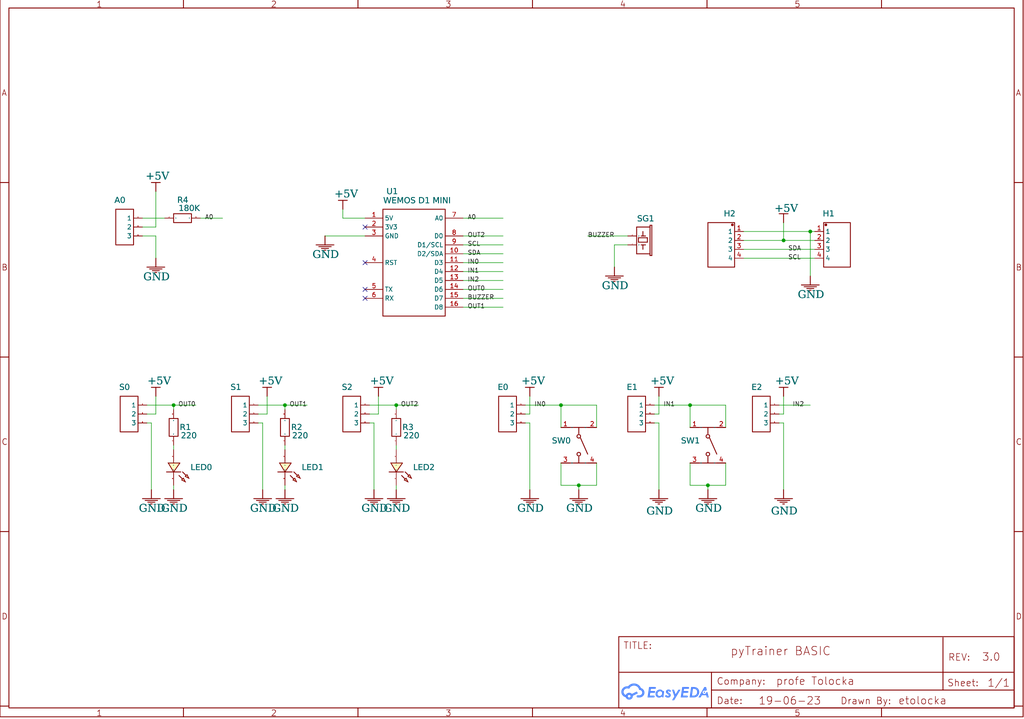
<source format=kicad_sch>
(kicad_sch (version 20250114) (generator "eeschema") (generator_version "9.0")
  (paper "User" 292.1 205.105)
  (lib_symbols
    (symbol "+5V" (power) (pin_numbers (hide yes)) (pin_names (hide yes))
      (property "Value" "+5V" (at 0 -3.81 0))
      (symbol "+5V_0_0"
        (pin power_in line (at 0 0 270) (length 0) (name "+5V") (number "1"))
      )
    )
    (symbol "BUZZER"
      (property "Reference" "SG1" (at 0.1524 7.0485 0))
      (symbol "BUZZER_0_0"
        (pin unspecified line (at -2.54 1.27 0) (length 2.54) (name "1") (number "+"))
        (pin unspecified line (at -2.54 -1.27 0) (length 2.54) (name "2") (number "-"))
      )
    )
    (symbol "GND" (power) (pin_numbers (hide yes)) (pin_names (hide yes))
      (property "Value" "GND" (at 0 -6.35 0))
      (symbol "GND_0_0"
        (pin power_in line (at 0 0 270) (length 0) (name "GND") (number "1"))
      )
    )
    (symbol "Header-Female-2.54_1x3"
      (property "Reference" "S0" (at -1.0668 8.4963 0))
      (symbol "Header-Female-2.54_1x3_0_0"
        (pin input line (at 3.81 2.54 180) (length 2.54) (name "1") (number "1"))
        (pin input line (at 3.81 0 180) (length 2.54) (name "2") (number "2"))
        (pin input line (at 3.81 -2.54 180) (length 2.54) (name "3") (number "3"))
      )
    )
    (symbol "Header-Female-2.54_1x3_1"
      (property "Reference" "S1" (at -1.0668 8.4963 0))
      (symbol "Header-Female-2.54_1x3_1_0_0"
        (pin input line (at 3.81 2.54 180) (length 2.54) (name "1") (number "1"))
        (pin input line (at 3.81 0 180) (length 2.54) (name "2") (number "2"))
        (pin input line (at 3.81 -2.54 180) (length 2.54) (name "3") (number "3"))
      )
    )
    (symbol "Header-Female-2.54_1x3_2"
      (property "Reference" "S2" (at -1.0668 8.4963 0))
      (symbol "Header-Female-2.54_1x3_2_0_0"
        (pin input line (at 3.81 2.54 180) (length 2.54) (name "1") (number "1"))
        (pin input line (at 3.81 0 180) (length 2.54) (name "2") (number "2"))
        (pin input line (at 3.81 -2.54 180) (length 2.54) (name "3") (number "3"))
      )
    )
    (symbol "Header-Female-2.54_1x3_3"
      (property "Reference" "A0" (at -1.0668 8.4963 0))
      (symbol "Header-Female-2.54_1x3_3_0_0"
        (pin input line (at 3.81 2.54 180) (length 2.54) (name "1") (number "1"))
        (pin input line (at 3.81 0 180) (length 2.54) (name "2") (number "2"))
        (pin input line (at 3.81 -2.54 180) (length 2.54) (name "3") (number "3"))
      )
    )
    (symbol "Header-Female-2.54_1x3_4"
      (property "Reference" "E0" (at -1.0668 8.4963 0))
      (symbol "Header-Female-2.54_1x3_4_0_0"
        (pin input line (at 3.81 2.54 180) (length 2.54) (name "1") (number "1"))
        (pin input line (at 3.81 0 180) (length 2.54) (name "2") (number "2"))
        (pin input line (at 3.81 -2.54 180) (length 2.54) (name "3") (number "3"))
      )
    )
    (symbol "Header-Female-2.54_1x3_5"
      (property "Reference" "E1" (at -1.0668 8.4963 0))
      (symbol "Header-Female-2.54_1x3_5_0_0"
        (pin input line (at 3.81 2.54 180) (length 2.54) (name "1") (number "1"))
        (pin input line (at 3.81 0 180) (length 2.54) (name "2") (number "2"))
        (pin input line (at 3.81 -2.54 180) (length 2.54) (name "3") (number "3"))
      )
    )
    (symbol "Header-Female-2.54_1x3_6"
      (property "Reference" "E2" (at -1.0668 8.4963 0))
      (symbol "Header-Female-2.54_1x3_6_0_0"
        (pin input line (at 3.81 2.54 180) (length 2.54) (name "1") (number "1"))
        (pin input line (at 3.81 0 180) (length 2.54) (name "2") (number "2"))
        (pin input line (at 3.81 -2.54 180) (length 2.54) (name "3") (number "3"))
      )
    )
    (symbol "Header-Male-2.54_1x4_C124378"
      (property "Reference" "H1" (at -2.7686 9.7409 0))
      (symbol "Header-Male-2.54_1x4_C124378_0_0"
        (pin unspecified line (at -5.08 3.81 0) (length 2.54) (name "1") (number "1"))
        (pin unspecified line (at -5.08 1.27 0) (length 2.54) (name "2") (number "2"))
        (pin unspecified line (at -5.08 -1.27 0) (length 2.54) (name "3") (number "3"))
        (pin unspecified line (at -5.08 -3.81 0) (length 2.54) (name "4") (number "4"))
      )
    )
    (symbol "Header-Male-2.54_1x4_C124378_1"
      (property "Reference" "H2" (at 2.7686 9.7409 0))
      (symbol "Header-Male-2.54_1x4_C124378_1_0_0"
        (pin unspecified line (at 5.08 3.81 180) (length 2.54) (name "1") (number "1"))
        (pin unspecified line (at 5.08 1.27 180) (length 2.54) (name "2") (number "2"))
        (pin unspecified line (at 5.08 -1.27 180) (length 2.54) (name "3") (number "3"))
        (pin unspecified line (at 5.08 -3.81 180) (length 2.54) (name "4") (number "4"))
      )
    )
    (symbol "LED-0603_R"
      (property "Reference" "LED1" (at 4.826 0.8763 0))
      (symbol "LED-0603_R_0_0"
        (pin unspecified line (at 0 5.08 270) (length 3.81) (name "1") (number "1"))
        (pin unspecified line (at 0 -5.08 90) (length 3.81) (name "2") (number "2"))
      )
    )
    (symbol "LED-0603_R_1"
      (property "Reference" "LED2" (at 4.826 0.8763 0))
      (symbol "LED-0603_R_1_0_0"
        (pin unspecified line (at 0 5.08 270) (length 3.81) (name "1") (number "1"))
        (pin unspecified line (at 0 -5.08 90) (length 3.81) (name "2") (number "2"))
      )
    )
    (symbol "LED-0603_R_2"
      (property "Reference" "LED0" (at 4.826 0.8763 0))
      (symbol "LED-0603_R_2_0_0"
        (pin unspecified line (at 0 5.08 270) (length 3.81) (name "1") (number "1"))
        (pin unspecified line (at 0 -5.08 90) (length 3.81) (name "2") (number "2"))
      )
    )
    (symbol "R_0603_EU"
      (property "Reference" "R1" (at 1.778 0.8763 0))
      (property "Value" "220" (at 1.778 -1.4351 0))
      (symbol "R_0603_EU_0_0"
        (pin unspecified line (at 0 5.08 270) (length 2.54) (name "2") (number "2"))
        (pin unspecified line (at 0 -5.08 90) (length 2.54) (name "1") (number "1"))
      )
    )
    (symbol "R_0603_EU_1"
      (property "Reference" "R2" (at 1.778 0.8763 0))
      (property "Value" "220" (at 1.778 -1.4351 0))
      (symbol "R_0603_EU_1_0_0"
        (pin unspecified line (at 0 5.08 270) (length 2.54) (name "2") (number "2"))
        (pin unspecified line (at 0 -5.08 90) (length 2.54) (name "1") (number "1"))
      )
    )
    (symbol "R_0603_EU_2"
      (property "Reference" "R3" (at 1.778 0.8763 0))
      (property "Value" "220" (at 1.778 -1.4351 0))
      (symbol "R_0603_EU_2_0_0"
        (pin unspecified line (at 0 5.08 270) (length 2.54) (name "2") (number "2"))
        (pin unspecified line (at 0 -5.08 90) (length 2.54) (name "1") (number "1"))
      )
    )
    (symbol "R_0603_EU_3"
      (property "Reference" "R4" (at -1.4986 6.0071 0))
      (property "Value" "180K" (at -1.4986 3.7211 0))
      (symbol "R_0603_EU_3_0_0"
        (pin unspecified line (at -5.08 0 0) (length 2.54) (name "1") (number "1"))
        (pin unspecified line (at 5.08 0 180) (length 2.54) (name "2") (number "2"))
      )
    )
    (symbol "Switch-6x6x7.3-square-head"
      (property "Reference" "SW0" (at -7.6454 2.1209 0))
      (symbol "Switch-6x6x7.3-square-head_0_0"
        (pin unspecified line (at -5.08 5.08 0) (length 2.54) (name "1") (number "1"))
        (pin unspecified line (at -5.08 -5.08 0) (length 2.54) (name "3") (number "3"))
        (pin unspecified line (at 5.08 5.08 180) (length 2.54) (name "2") (number "2"))
        (pin unspecified line (at 5.08 -5.08 180) (length 2.54) (name "4") (number "4"))
      )
    )
    (symbol "Switch-6x6x7.3-square-head_1"
      (property "Reference" "SW1" (at -7.6454 2.1209 0))
      (symbol "Switch-6x6x7.3-square-head_1_0_0"
        (pin unspecified line (at -5.08 5.08 0) (length 2.54) (name "1") (number "1"))
        (pin unspecified line (at -5.08 -5.08 0) (length 2.54) (name "3") (number "3"))
        (pin unspecified line (at 5.08 5.08 180) (length 2.54) (name "2") (number "2"))
        (pin unspecified line (at 5.08 -5.08 180) (length 2.54) (name "4") (number "4"))
      )
    )
    (symbol "Unknown_0_-806"
      (symbol "Unknown_0_-806_0_0"
        (text "A" (at 0.381 -25.7429 0) (effects (font (size 1.6891 1.6891)) (justify left top)))
        (text "B" (at 0.381 -75.5269 0) (effects (font (size 1.6891 1.6891)) (justify left top)))
        (text "C" (at 0.381 -125.3109 0) (effects (font (size 1.6891 1.6891)) (justify left top)))
        (text "D" (at 0.381 -175.0949 0) (effects (font (size 1.6891 1.6891)) (justify left top)))
        (text "1" (at 27.432 -0.4699 0) (effects (font (size 1.6891 1.6891)) (justify left top)))
        (text "1" (at 27.432 -202.6539 0) (effects (font (size 1.6891 1.6891)) (justify left top)))
        (text "2" (at 77.216 -0.4699 0) (effects (font (size 1.6891 1.6891)) (justify left top)))
        (text "2" (at 77.216 -202.6539 0) (effects (font (size 1.6891 1.6891)) (justify left top)))
        (text "3" (at 127 -0.4699 0) (effects (font (size 1.6891 1.6891)) (justify left top)))
        (text "3" (at 127 -202.6539 0) (effects (font (size 1.6891 1.6891)) (justify left top)))
        (text "4" (at 176.784 -0.4699 0) (effects (font (size 1.6891 1.6891)) (justify left top)))
        (text "4" (at 176.784 -202.6539 0) (effects (font (size 1.6891 1.6891)) (justify left top)))
        (text "TITLE:" (at 177.7746 -183.2356 0) (effects (font (size 1.9304 1.9304)) (justify left top)))
        (text "Company:" (at 204.3684 -193.4464 0) (effects (font (size 1.9304 1.9304)) (justify left top)))
        (text "Date:" (at 204.3684 -198.9836 0) (effects (font (size 1.9304 1.9304)) (justify left top)))
        (text "pyTrainer BASIC" (at 208.28 -184.531 0) (effects (font (size 2.413 2.413)) (justify left top)))
        (text "19-06-23" (at 216.3064 -198.8439 0) (effects (font (size 2.1717 2.1717)) (justify left top)))
        (text "profe Tolocka" (at 221.2848 -193.2305 0) (effects (font (size 2.1717 2.1717)) (justify left top)))
        (text "5" (at 226.568 -0.4699 0) (effects (font (size 1.6891 1.6891)) (justify left top)))
        (text "5" (at 226.568 -202.6539 0) (effects (font (size 1.6891 1.6891)) (justify left top)))
        (text "Drawn By:" (at 239.6744 -199.0344 0) (effects (font (size 1.9304 1.9304)) (justify left top)))
        (text "etolocka" (at 256.1844 -198.7931 0) (effects (font (size 2.1717 2.1717)) (justify left top)))
        (text "Sheet:" (at 270.1544 -193.9036 0) (effects (font (size 1.9304 1.9304)) (justify left top)))
        (text "REV:" (at 270.4084 -186.5884 0) (effects (font (size 1.9304 1.9304)) (justify left top)))
        (text "3.0" (at 280.0604 -186.3471 0) (effects (font (size 2.1717 2.1717)) (justify left top)))
        (text "1/1" (at 281.5844 -193.7639 0) (effects (font (size 2.1717 2.1717)) (justify left top)))
        (text "A" (at 289.687 -25.7429 0) (effects (font (size 1.6891 1.6891)) (justify left top)))
        (text "B" (at 289.687 -75.5269 0) (effects (font (size 1.6891 1.6891)) (justify left top)))
        (text "C" (at 289.687 -125.3109 0) (effects (font (size 1.6891 1.6891)) (justify left top)))
        (text "D" (at 289.687 -175.0949 0) (effects (font (size 1.6891 1.6891)) (justify left top)))
      )
    )
    (symbol "WEMOS D1 MINI"
      (property "Reference" "U1" (at -9.1186 21.1709 0))
      (property "Value" "WEMOS D1 MINI" (at -10.541 18.6309 0))
      (symbol "WEMOS D1 MINI_0_0"
        (pin unspecified line (at -15.24 12.7 0) (length 5.08) (name "5V") (number "1"))
        (pin unspecified line (at -15.24 10.16 0) (length 5.08) (name "3V3") (number "2"))
        (pin unspecified line (at -15.24 7.62 0) (length 5.08) (name "GND") (number "3"))
        (pin unspecified line (at -15.24 0 0) (length 5.08) (name "RST") (number "4"))
        (pin unspecified line (at -15.24 -7.62 0) (length 5.08) (name "TX") (number "5"))
        (pin unspecified line (at -15.24 -10.16 0) (length 5.08) (name "RX") (number "6"))
        (pin unspecified line (at 12.7 12.7 180) (length 5.08) (name "A0") (number "7"))
        (pin unspecified line (at 12.7 7.62 180) (length 5.08) (name "D0") (number "8"))
        (pin unspecified line (at 12.7 5.08 180) (length 5.08) (name "D1/SCL") (number "9"))
        (pin unspecified line (at 12.7 2.54 180) (length 5.08) (name "D2/SDA") (number "10"))
        (pin unspecified line (at 12.7 0 180) (length 5.08) (name "D3") (number "11"))
        (pin unspecified line (at 12.7 -2.54 180) (length 5.08) (name "D4") (number "12"))
        (pin unspecified line (at 12.7 -5.08 180) (length 5.08) (name "D5") (number "13"))
        (pin unspecified line (at 12.7 -7.62 180) (length 5.08) (name "D6") (number "14"))
        (pin unspecified line (at 12.7 -10.16 180) (length 5.08) (name "D7") (number "15"))
        (pin unspecified line (at 12.7 -12.7 180) (length 5.08) (name "D8") (number "16"))
      )
    )
  )
  (junction (at 223.52 68.58))
  (junction (at 160.02 115.57))
  (junction (at 49.53 115.57))
  (junction (at 81.28 115.57))
  (junction (at 113.03 115.57))
  (junction (at 201.93 138.43))
  (junction (at 165.1 138.43))
  (junction (at 196.85 115.57))
  (junction (at 231.14 66.04))
  (no_connect (at 104.14 64.77))
  (no_connect (at 104.14 82.55))
  (no_connect (at 104.14 74.93))
  (no_connect (at 104.14 85.09))
  (wire (pts (xy 106.68 120.65) (xy 105.41 120.65)))
  (wire (pts (xy 165.1 138.43) (xy 170.18 138.43)))
  (wire (pts (xy 196.85 138.43) (xy 201.93 138.43)))
  (wire (pts (xy 222.25 118.11) (xy 223.52 118.11)))
  (wire (pts (xy 63.5 62.23) (xy 57.15 62.23)))
  (wire (pts (xy 212.09 71.12) (xy 232.41 71.12)))
  (wire (pts (xy 143.51 77.47) (xy 132.08 77.47)))
  (wire (pts (xy 160.02 115.57) (xy 170.18 115.57)))
  (wire (pts (xy 149.86 118.11) (xy 151.13 118.11)))
  (wire (pts (xy 143.51 67.31) (xy 132.08 67.31)))
  (wire (pts (xy 49.53 116.84) (xy 49.53 115.57)))
  (wire (pts (xy 222.25 120.65) (xy 223.52 120.65)))
  (wire (pts (xy 186.69 118.11) (xy 187.96 118.11)))
  (wire (pts (xy 160.02 132.08) (xy 160.02 138.43)))
  (wire (pts (xy 74.93 120.65) (xy 73.66 120.65)))
  (wire (pts (xy 175.26 69.85) (xy 179.07 69.85)))
  (wire (pts (xy 187.96 120.65) (xy 187.96 139.7)))
  (wire (pts (xy 43.18 139.7) (xy 43.18 120.65)))
  (wire (pts (xy 113.03 139.7) (xy 113.03 138.43)))
  (wire (pts (xy 167.64 67.31) (xy 179.07 67.31)))
  (wire (pts (xy 119.38 115.57) (xy 113.03 115.57)))
  (wire (pts (xy 44.45 118.11) (xy 44.45 113.03)))
  (wire (pts (xy 149.86 115.57) (xy 160.02 115.57)))
  (wire (pts (xy 212.09 66.04) (xy 231.14 66.04)))
  (wire (pts (xy 160.02 138.43) (xy 165.1 138.43)))
  (wire (pts (xy 231.14 78.74) (xy 231.14 66.04)))
  (wire (pts (xy 151.13 120.65) (xy 151.13 139.7)))
  (wire (pts (xy 87.63 115.57) (xy 81.28 115.57)))
  (wire (pts (xy 44.45 67.31) (xy 44.45 73.66)))
  (wire (pts (xy 207.01 115.57) (xy 207.01 121.92)))
  (wire (pts (xy 81.28 115.57) (xy 73.66 115.57)))
  (wire (pts (xy 40.64 62.23) (xy 46.99 62.23)))
  (wire (pts (xy 160.02 121.92) (xy 160.02 115.57)))
  (wire (pts (xy 223.52 120.65) (xy 223.52 139.7)))
  (wire (pts (xy 149.86 120.65) (xy 151.13 120.65)))
  (wire (pts (xy 43.18 120.65) (xy 41.91 120.65)))
  (wire (pts (xy 186.69 120.65) (xy 187.96 120.65)))
  (wire (pts (xy 81.28 116.84) (xy 81.28 115.57)))
  (wire (pts (xy 201.93 138.43) (xy 207.01 138.43)))
  (wire (pts (xy 76.2 118.11) (xy 76.2 113.03)))
  (wire (pts (xy 151.13 118.11) (xy 151.13 113.03)))
  (wire (pts (xy 49.53 128.27) (xy 49.53 127)))
  (wire (pts (xy 165.1 139.7) (xy 165.1 138.43)))
  (wire (pts (xy 170.18 115.57) (xy 170.18 121.92)))
  (wire (pts (xy 223.52 68.58) (xy 223.52 63.5)))
  (wire (pts (xy 143.51 80.01) (xy 132.08 80.01)))
  (wire (pts (xy 223.52 118.11) (xy 223.52 113.03)))
  (wire (pts (xy 212.09 68.58) (xy 223.52 68.58)))
  (wire (pts (xy 196.85 132.08) (xy 196.85 138.43)))
  (wire (pts (xy 143.51 74.93) (xy 132.08 74.93)))
  (wire (pts (xy 92.71 67.31) (xy 104.14 67.31)))
  (wire (pts (xy 175.26 76.2) (xy 175.26 69.85)))
  (wire (pts (xy 143.51 82.55) (xy 132.08 82.55)))
  (wire (pts (xy 74.93 139.7) (xy 74.93 120.65)))
  (wire (pts (xy 143.51 85.09) (xy 132.08 85.09)))
  (wire (pts (xy 196.85 115.57) (xy 207.01 115.57)))
  (wire (pts (xy 170.18 138.43) (xy 170.18 132.08)))
  (wire (pts (xy 44.45 64.77) (xy 44.45 54.61)))
  (wire (pts (xy 105.41 118.11) (xy 107.95 118.11)))
  (wire (pts (xy 73.66 118.11) (xy 76.2 118.11)))
  (wire (pts (xy 107.95 118.11) (xy 107.95 113.03)))
  (wire (pts (xy 143.51 87.63) (xy 132.08 87.63)))
  (wire (pts (xy 97.79 62.23) (xy 97.79 59.69)))
  (wire (pts (xy 232.41 68.58) (xy 223.52 68.58)))
  (wire (pts (xy 231.14 66.04) (xy 232.41 66.04)))
  (wire (pts (xy 113.03 116.84) (xy 113.03 115.57)))
  (wire (pts (xy 187.96 118.11) (xy 187.96 113.03)))
  (wire (pts (xy 41.91 118.11) (xy 44.45 118.11)))
  (wire (pts (xy 196.85 121.92) (xy 196.85 115.57)))
  (wire (pts (xy 143.51 69.85) (xy 132.08 69.85)))
  (wire (pts (xy 212.09 73.66) (xy 232.41 73.66)))
  (wire (pts (xy 104.14 62.23) (xy 97.79 62.23)))
  (wire (pts (xy 81.28 128.27) (xy 81.28 127)))
  (wire (pts (xy 143.51 62.23) (xy 132.08 62.23)))
  (wire (pts (xy 231.14 115.57) (xy 222.25 115.57)))
  (wire (pts (xy 113.03 115.57) (xy 105.41 115.57)))
  (wire (pts (xy 201.93 139.7) (xy 201.93 138.43)))
  (wire (pts (xy 40.64 67.31) (xy 44.45 67.31)))
  (wire (pts (xy 207.01 138.43) (xy 207.01 132.08)))
  (wire (pts (xy 49.53 115.57) (xy 41.91 115.57)))
  (wire (pts (xy 143.51 72.39) (xy 132.08 72.39)))
  (wire (pts (xy 113.03 128.27) (xy 113.03 127)))
  (wire (pts (xy 40.64 64.77) (xy 44.45 64.77)))
  (wire (pts (xy 49.53 139.7) (xy 49.53 138.43)))
  (wire (pts (xy 106.68 139.7) (xy 106.68 120.65)))
  (wire (pts (xy 81.28 139.7) (xy 81.28 138.43)))
  (wire (pts (xy 55.88 115.57) (xy 49.53 115.57)))
  (wire (pts (xy 186.69 115.57) (xy 196.85 115.57)))
  (label "IN2" (at 133.35 80.01 0))
  (label "SCL" (at 224.79 73.66 0))
  (label "OUT0" (at 133.35 82.55 0))
  (label "OUT1" (at 82.55 115.57 0))
  (label "A0" (at 133.35 62.23 0))
  (label "IN2" (at 226.06 115.57 0))
  (label "A0" (at 58.42 62.23 0))
  (label "IN0" (at 152.4 115.57 0))
  (label "SDA" (at 224.79 71.12 0))
  (label "OUT0" (at 50.8 115.57 0))
  (label "OUT1" (at 133.35 87.63 0))
  (label "IN1" (at 133.35 77.47 0))
  (label "OUT2" (at 114.3 115.57 0))
  (label "OUT2" (at 133.35 67.31 0))
  (label "SDA" (at 133.35 72.39 0))
  (label "IN0" (at 133.35 74.93 0))
  (label "BUZZER" (at 133.35 85.09 0))
  (label "BUZZER" (at 167.64 67.31 0))
  (label "SCL" (at 133.35 69.85 0))
  (label "IN1" (at 189.23 115.57 0))
  (symbol (lib_id "Header-Female-2.54_1x3") (at 38.1 118.11 0) (unit 0)
    (property "Reference" "S0" (at 37.0332 109.6137 0) (effects (font (size 1.6891 1.6891)) (justify right top)))
    (property "Value" "Header-Female-2.54_1x3" (effects (hide yes)))
    (property "Datasheet" "https://datasheet.lcsc.com/szlcsc/Boom-Precision-Elec-2-54mm-1-8P-Straight-Female-header_C27438.pdf" (effects (hide yes)))
    (property "Manufacturer Part" "Header-Female-2.54_1x3" (effects (hide yes)))
    (property "Manufacturer" "Boom Precision Elec" (effects (hide yes)))
    (property "Supplier Part" "C146243" (effects (hide yes)))
    (property "Supplier" "LCSC" (effects (hide yes)))
  )
  (symbol (lib_id "GND") (at 187.96 139.7 0) (unit 0)
    (property "Reference" "#PWR?" (effects (hide yes)))
    (property "Value" "GND" (at 184.658 147.0914 0) (effects (font (size 2.1717 2.1717)) (justify left bottom)))
    (property "Description" "El símbolo de potencia crea una etiqueta global con el nombre 'GND'" (effects (hide yes)))
  )
  (symbol (lib_id "Switch-6x6x7.3-square-head") (at 165.1 127 0) (unit 0)
    (property "Reference" "SW0" (at 157.4546 124.8791 0) (effects (font (size 1.6891 1.6891)) (justify left top)))
    (property "Value" "Switch-6x6x7.3-square-head" (effects (hide yes)))
    (property "Manufacturer Part" "Switch,6*6*7.3Plastic square head,260G, 0.25mm,Straight line" (effects (hide yes)))
    (property "Manufacturer" "BBJ" (effects (hide yes)))
    (property "Supplier Part" "C71843" (effects (hide yes)))
    (property "Supplier" "LCSC" (effects (hide yes)))
  )
  (symbol (lib_id "GND") (at 49.53 139.7 0) (unit 0)
    (property "Reference" "#PWR?" (effects (hide yes)))
    (property "Value" "GND" (at 46.228 146.304 0) (effects (font (size 2.1717 2.1717)) (justify left bottom)))
    (property "Description" "El símbolo de potencia crea una etiqueta global con el nombre 'GND'" (effects (hide yes)))
  )
  (symbol (lib_id "Header-Female-2.54_1x3_1") (at 69.85 118.11 0) (unit 0)
    (property "Reference" "S1" (at 68.7832 109.6137 0) (effects (font (size 1.6891 1.6891)) (justify right top)))
    (property "Value" "Header-Female-2.54_1x3" (effects (hide yes)))
    (property "Datasheet" "https://datasheet.lcsc.com/szlcsc/Boom-Precision-Elec-2-54mm-1-8P-Straight-Female-header_C27438.pdf" (effects (hide yes)))
    (property "Manufacturer Part" "Header-Female-2.54_1x3" (effects (hide yes)))
    (property "Manufacturer" "Boom Precision Elec" (effects (hide yes)))
    (property "Supplier Part" "C146243" (effects (hide yes)))
    (property "Supplier" "LCSC" (effects (hide yes)))
  )
  (symbol (lib_id "+5V") (at 76.2 113.03 0) (mirror x) (unit 0)
    (property "Reference" "#PWR?" (effects (hide yes)))
    (property "Value" "+5V" (at 73.66 109.982 0) (effects (font (size 2.1717 2.1717)) (justify left top)))
    (property "Description" "El símbolo de potencia crea una etiqueta global con el nombre '+5V'" (effects (hide yes)))
  )
  (symbol (lib_id "Header-Female-2.54_1x3_2") (at 101.6 118.11 0) (unit 0)
    (property "Reference" "S2" (at 100.5332 109.6137 0) (effects (font (size 1.6891 1.6891)) (justify right top)))
    (property "Value" "Header-Female-2.54_1x3" (effects (hide yes)))
    (property "Datasheet" "https://datasheet.lcsc.com/szlcsc/Boom-Precision-Elec-2-54mm-1-8P-Straight-Female-header_C27438.pdf" (effects (hide yes)))
    (property "Manufacturer Part" "Header-Female-2.54_1x3" (effects (hide yes)))
    (property "Manufacturer" "Boom Precision Elec" (effects (hide yes)))
    (property "Supplier Part" "C146243" (effects (hide yes)))
    (property "Supplier" "LCSC" (effects (hide yes)))
  )
  (symbol (lib_id "R_0603_EU_2") (at 113.03 121.92 0) (unit 0)
    (property "Reference" "R3" (at 114.808 121.0437 0) (effects (font (size 1.6891 1.6891)) (justify left top)))
    (property "Value" "220" (at 114.808 123.3551 0) (effects (font (size 1.6891 1.6891)) (justify left top)))
  )
  (symbol (lib_id "+5V") (at 223.52 113.03 0) (mirror x) (unit 0)
    (property "Reference" "#PWR?" (effects (hide yes)))
    (property "Value" "+5V" (at 220.98 109.982 0) (effects (font (size 2.1717 2.1717)) (justify left top)))
    (property "Description" "El símbolo de potencia crea una etiqueta global con el nombre '+5V'" (effects (hide yes)))
  )
  (symbol (lib_id "+5V") (at 44.45 113.03 0) (mirror x) (unit 0)
    (property "Reference" "#PWR?" (effects (hide yes)))
    (property "Value" "+5V" (at 41.91 109.982 0) (effects (font (size 2.1717 2.1717)) (justify left top)))
    (property "Description" "El símbolo de potencia crea una etiqueta global con el nombre '+5V'" (effects (hide yes)))
  )
  (symbol (lib_id "GND") (at 74.93 139.7 0) (unit 0)
    (property "Reference" "#PWR?" (effects (hide yes)))
    (property "Value" "GND" (at 71.628 146.304 0) (effects (font (size 2.1717 2.1717)) (justify left bottom)))
    (property "Description" "El símbolo de potencia crea una etiqueta global con el nombre 'GND'" (effects (hide yes)))
  )
  (symbol (lib_id "GND") (at 81.28 139.7 0) (unit 0)
    (property "Reference" "#PWR?" (effects (hide yes)))
    (property "Value" "GND" (at 77.978 146.304 0) (effects (font (size 2.1717 2.1717)) (justify left bottom)))
    (property "Description" "El símbolo de potencia crea una etiqueta global con el nombre 'GND'" (effects (hide yes)))
  )
  (symbol (lib_id "R_0603_EU") (at 49.53 121.92 0) (unit 0)
    (property "Reference" "R1" (at 51.308 121.0437 0) (effects (font (size 1.6891 1.6891)) (justify left top)))
    (property "Value" "220" (at 51.308 123.3551 0) (effects (font (size 1.6891 1.6891)) (justify left top)))
  )
  (symbol (lib_id "Header-Female-2.54_1x3_4") (at 146.05 118.11 0) (unit 0)
    (property "Reference" "E0" (at 144.9832 109.6137 0) (effects (font (size 1.6891 1.6891)) (justify right top)))
    (property "Value" "Header-Female-2.54_1x3" (effects (hide yes)))
    (property "Datasheet" "https://datasheet.lcsc.com/szlcsc/Boom-Precision-Elec-2-54mm-1-8P-Straight-Female-header_C27438.pdf" (effects (hide yes)))
    (property "Manufacturer Part" "Header-Female-2.54_1x3" (effects (hide yes)))
    (property "Manufacturer" "Boom Precision Elec" (effects (hide yes)))
    (property "Supplier Part" "C146243" (effects (hide yes)))
    (property "Supplier" "LCSC" (effects (hide yes)))
  )
  (symbol (lib_id "LED-0603_R_2") (at 49.53 133.35 0) (unit 0)
    (property "Reference" "LED0" (at 54.356 132.4737 0) (effects (font (size 1.6891 1.6891)) (justify left top)))
    (property "Value" "LED-0603_R" (effects (hide yes)))
    (property "Manufacturer Part" "19-217/R6C-AL1M2VY/3T" (effects (hide yes)))
    (property "Manufacturer" "EVERLIGHT(台湾亿光)" (effects (hide yes)))
    (property "Supplier Part" "C72044" (effects (hide yes)))
    (property "Supplier" "LCSC" (effects (hide yes)))
  )
  (symbol (lib_id "LED-0603_R_1") (at 113.03 133.35 0) (unit 0)
    (property "Reference" "LED2" (at 117.856 132.4737 0) (effects (font (size 1.6891 1.6891)) (justify left top)))
    (property "Value" "LED-0603_R" (effects (hide yes)))
    (property "Manufacturer Part" "19-217/R6C-AL1M2VY/3T" (effects (hide yes)))
    (property "Manufacturer" "EVERLIGHT(台湾亿光)" (effects (hide yes)))
    (property "Supplier Part" "C72044" (effects (hide yes)))
    (property "Supplier" "LCSC" (effects (hide yes)))
  )
  (symbol (lib_id "+5V") (at 97.79 59.69 0) (mirror x) (unit 0)
    (property "Reference" "#PWR?" (effects (hide yes)))
    (property "Value" "+5V" (at 95.25 56.642 0) (effects (font (size 2.1717 2.1717)) (justify left top)))
    (property "Description" "El símbolo de potencia crea una etiqueta global con el nombre '+5V'" (effects (hide yes)))
  )
  (symbol (lib_id "LED-0603_R") (at 81.28 133.35 0) (unit 0)
    (property "Reference" "LED1" (at 86.106 132.4737 0) (effects (font (size 1.6891 1.6891)) (justify left top)))
    (property "Value" "LED-0603_R" (effects (hide yes)))
    (property "Manufacturer Part" "19-217/R6C-AL1M2VY/3T" (effects (hide yes)))
    (property "Manufacturer" "EVERLIGHT(台湾亿光)" (effects (hide yes)))
    (property "Supplier Part" "C72044" (effects (hide yes)))
    (property "Supplier" "LCSC" (effects (hide yes)))
  )
  (symbol (lib_id "GND") (at 44.45 73.66 0) (unit 0)
    (property "Reference" "#PWR?" (effects (hide yes)))
    (property "Value" "GND" (at 41.148 80.264 0) (effects (font (size 2.1717 2.1717)) (justify left bottom)))
    (property "Description" "El símbolo de potencia crea una etiqueta global con el nombre 'GND'" (effects (hide yes)))
  )
  (symbol (lib_id "Header-Male-2.54_1x4_C124378_1") (at 207.01 69.85 0) (unit 0)
    (property "Reference" "H2" (at 209.7786 60.1091 0) (effects (font (size 1.6891 1.6891)) (justify right top)))
    (property "Value" "Header-Male-2.54_1x4_C124378" (effects (hide yes)))
    (property "Manufacturer Part" "210S-1*4P L=11.6MMGold-plated black" (effects (hide yes)))
    (property "Manufacturer" "Ckmtw" (effects (hide yes)))
    (property "Supplier Part" "C124378" (effects (hide yes)))
    (property "Supplier" "LCSC" (effects (hide yes)))
  )
  (symbol (lib_id "Switch-6x6x7.3-square-head_1") (at 201.93 127 0) (unit 0)
    (property "Reference" "SW1" (at 194.2846 124.8791 0) (effects (font (size 1.6891 1.6891)) (justify left top)))
    (property "Value" "Switch-6x6x7.3-square-head" (effects (hide yes)))
    (property "Manufacturer Part" "Switch,6*6*7.3Plastic square head,260G, 0.25mm,Straight line" (effects (hide yes)))
    (property "Manufacturer" "BBJ" (effects (hide yes)))
    (property "Supplier Part" "C71843" (effects (hide yes)))
    (property "Supplier" "LCSC" (effects (hide yes)))
  )
  (symbol (lib_id "+5V") (at 44.45 54.61 0) (mirror x) (unit 0)
    (property "Reference" "#PWR?" (effects (hide yes)))
    (property "Value" "+5V" (at 41.402 51.562 0) (effects (font (size 2.1717 2.1717)) (justify left top)))
    (property "Description" "El símbolo de potencia crea una etiqueta global con el nombre '+5V'" (effects (hide yes)))
  )
  (symbol (lib_id "GND") (at 175.26 76.2 0) (unit 0)
    (property "Reference" "#PWR?" (effects (hide yes)))
    (property "Value" "GND" (at 171.958 82.804 0) (effects (font (size 2.1717 2.1717)) (justify left bottom)))
    (property "Description" "El símbolo de potencia crea una etiqueta global con el nombre 'GND'" (effects (hide yes)))
  )
  (symbol (lib_id "WEMOS D1 MINI") (at 119.38 74.93 0) (unit 0)
    (property "Reference" "U1" (at 110.2614 53.7591 0) (effects (font (size 1.6891 1.6891)) (justify left top)))
    (property "Value" "WEMOS D1 MINI" (at 108.839 56.2991 0) (effects (font (size 1.6891 1.6891)) (justify left top)))
    (property "Manufacturer Part" "Wemos D1 mini" (effects (hide yes)))
  )
  (symbol (lib_id "+5V") (at 107.95 113.03 0) (mirror x) (unit 0)
    (property "Reference" "#PWR?" (effects (hide yes)))
    (property "Value" "+5V" (at 105.41 109.982 0) (effects (font (size 2.1717 2.1717)) (justify left top)))
    (property "Description" "El símbolo de potencia crea una etiqueta global con el nombre '+5V'" (effects (hide yes)))
  )
  (symbol (lib_id "Header-Female-2.54_1x3_6") (at 218.44 118.11 0) (unit 0)
    (property "Reference" "E2" (at 217.3732 109.6137 0) (effects (font (size 1.6891 1.6891)) (justify right top)))
    (property "Value" "Header-Female-2.54_1x3" (effects (hide yes)))
    (property "Datasheet" "https://datasheet.lcsc.com/szlcsc/Boom-Precision-Elec-2-54mm-1-8P-Straight-Female-header_C27438.pdf" (effects (hide yes)))
    (property "Manufacturer Part" "Header-Female-2.54_1x3" (effects (hide yes)))
    (property "Manufacturer" "Boom Precision Elec" (effects (hide yes)))
    (property "Supplier Part" "C146243" (effects (hide yes)))
    (property "Supplier" "LCSC" (effects (hide yes)))
  )
  (symbol (lib_id "GND") (at 113.03 139.7 0) (unit 0)
    (property "Reference" "#PWR?" (effects (hide yes)))
    (property "Value" "GND" (at 109.728 146.304 0) (effects (font (size 2.1717 2.1717)) (justify left bottom)))
    (property "Description" "El símbolo de potencia crea una etiqueta global con el nombre 'GND'" (effects (hide yes)))
  )
  (symbol (lib_id "GND") (at 43.18 139.7 0) (unit 0)
    (property "Reference" "#PWR?" (effects (hide yes)))
    (property "Value" "GND" (at 39.878 146.304 0) (effects (font (size 2.1717 2.1717)) (justify left bottom)))
    (property "Description" "El símbolo de potencia crea una etiqueta global con el nombre 'GND'" (effects (hide yes)))
  )
  (symbol (lib_id "Unknown_0_-806") (at 0 -0.254 0) (unit 0)
    (property "Reference" "A" (effects (hide yes)))
    (property "Value" "A" (effects (hide yes)))
    (property "Manufacturer Part" "?" (effects (hide yes)))
  )
  (symbol (lib_id "GND") (at 231.14 78.74 0) (unit 0)
    (property "Reference" "#PWR?" (effects (hide yes)))
    (property "Value" "GND" (at 227.838 85.344 0) (effects (font (size 2.1717 2.1717)) (justify left bottom)))
    (property "Description" "El símbolo de potencia crea una etiqueta global con el nombre 'GND'" (effects (hide yes)))
  )
  (symbol (lib_id "R_0603_EU_1") (at 81.28 121.92 0) (unit 0)
    (property "Reference" "R2" (at 83.058 121.0437 0) (effects (font (size 1.6891 1.6891)) (justify left top)))
    (property "Value" "220" (at 83.058 123.3551 0) (effects (font (size 1.6891 1.6891)) (justify left top)))
  )
  (symbol (lib_id "Header-Female-2.54_1x3_3") (at 36.83 64.77 0) (unit 0)
    (property "Reference" "A0" (at 35.7632 56.2737 0) (effects (font (size 1.6891 1.6891)) (justify right top)))
    (property "Value" "Header-Female-2.54_1x3" (effects (hide yes)))
    (property "Datasheet" "https://datasheet.lcsc.com/szlcsc/Boom-Precision-Elec-2-54mm-1-8P-Straight-Female-header_C27438.pdf" (effects (hide yes)))
    (property "Manufacturer Part" "Header-Female-2.54_1x3" (effects (hide yes)))
    (property "Manufacturer" "Boom Precision Elec" (effects (hide yes)))
    (property "Supplier Part" "C146243" (effects (hide yes)))
    (property "Supplier" "LCSC" (effects (hide yes)))
  )
  (symbol (lib_id "GND") (at 165.1 139.7 0) (unit 0)
    (property "Reference" "#PWR?" (effects (hide yes)))
    (property "Value" "GND" (at 161.798 146.304 0) (effects (font (size 2.1717 2.1717)) (justify left bottom)))
    (property "Description" "El símbolo de potencia crea una etiqueta global con el nombre 'GND'" (effects (hide yes)))
  )
  (symbol (lib_id "R_0603_EU_3") (at 52.07 62.23 0) (unit 0)
    (property "Reference" "R4" (at 50.5714 56.2229 0) (effects (font (size 1.6891 1.6891)) (justify left top)))
    (property "Value" "180K" (at 50.5714 58.5089 0) (effects (font (size 1.6891 1.6891)) (justify left top)))
  )
  (symbol (lib_id "GND") (at 92.71 67.31 0) (unit 0)
    (property "Reference" "#PWR?" (effects (hide yes)))
    (property "Value" "GND" (at 89.408 73.914 0) (effects (font (size 2.1717 2.1717)) (justify left bottom)))
    (property "Description" "El símbolo de potencia crea una etiqueta global con el nombre 'GND'" (effects (hide yes)))
  )
  (symbol (lib_id "GND") (at 151.13 139.7 0) (unit 0)
    (property "Reference" "#PWR?" (effects (hide yes)))
    (property "Value" "GND" (at 147.828 146.304 0) (effects (font (size 2.1717 2.1717)) (justify left bottom)))
    (property "Description" "El símbolo de potencia crea una etiqueta global con el nombre 'GND'" (effects (hide yes)))
  )
  (symbol (lib_id "GND") (at 201.93 139.7 0) (unit 0)
    (property "Reference" "#PWR?" (effects (hide yes)))
    (property "Value" "GND" (at 198.628 146.304 0) (effects (font (size 2.1717 2.1717)) (justify left bottom)))
    (property "Description" "El símbolo de potencia crea una etiqueta global con el nombre 'GND'" (effects (hide yes)))
  )
  (symbol (lib_id "+5V") (at 223.52 63.5 0) (mirror x) (unit 0)
    (property "Reference" "#PWR?" (effects (hide yes)))
    (property "Value" "+5V" (at 220.7768 60.7568 0) (effects (font (size 2.1717 2.1717)) (justify left top)))
    (property "Description" "El símbolo de potencia crea una etiqueta global con el nombre '+5V'" (effects (hide yes)))
  )
  (symbol (lib_id "GND") (at 223.52 139.7 0) (unit 0)
    (property "Reference" "#PWR?" (effects (hide yes)))
    (property "Value" "GND" (at 220.218 147.0914 0) (effects (font (size 2.1717 2.1717)) (justify left bottom)))
    (property "Description" "El símbolo de potencia crea una etiqueta global con el nombre 'GND'" (effects (hide yes)))
  )
  (symbol (lib_id "+5V") (at 187.96 113.03 0) (mirror x) (unit 0)
    (property "Reference" "#PWR?" (effects (hide yes)))
    (property "Value" "+5V" (at 185.42 109.982 0) (effects (font (size 2.1717 2.1717)) (justify left top)))
    (property "Description" "El símbolo de potencia crea una etiqueta global con el nombre '+5V'" (effects (hide yes)))
  )
  (symbol (lib_id "Header-Female-2.54_1x3_5") (at 182.88 118.11 0) (unit 0)
    (property "Reference" "E1" (at 181.8132 109.6137 0) (effects (font (size 1.6891 1.6891)) (justify right top)))
    (property "Value" "Header-Female-2.54_1x3" (effects (hide yes)))
    (property "Datasheet" "https://datasheet.lcsc.com/szlcsc/Boom-Precision-Elec-2-54mm-1-8P-Straight-Female-header_C27438.pdf" (effects (hide yes)))
    (property "Manufacturer Part" "Header-Female-2.54_1x3" (effects (hide yes)))
    (property "Manufacturer" "Boom Precision Elec" (effects (hide yes)))
    (property "Supplier Part" "C146243" (effects (hide yes)))
    (property "Supplier" "LCSC" (effects (hide yes)))
  )
  (symbol (lib_id "BUZZER") (at 181.61 68.58 0) (unit 0)
    (property "Reference" "SG1" (at 181.7624 61.5315 0) (effects (font (size 1.6891 1.6891)) (justify left top)))
    (property "Value" "BUZZER" (effects (hide yes)))
  )
  (symbol (lib_id "GND") (at 106.68 139.7 0) (unit 0)
    (property "Reference" "#PWR?" (effects (hide yes)))
    (property "Value" "GND" (at 103.378 146.304 0) (effects (font (size 2.1717 2.1717)) (justify left bottom)))
    (property "Description" "El símbolo de potencia crea una etiqueta global con el nombre 'GND'" (effects (hide yes)))
  )
  (symbol (lib_id "+5V") (at 151.13 113.03 0) (mirror x) (unit 0)
    (property "Reference" "#PWR?" (effects (hide yes)))
    (property "Value" "+5V" (at 148.59 109.982 0) (effects (font (size 2.1717 2.1717)) (justify left top)))
    (property "Description" "El símbolo de potencia crea una etiqueta global con el nombre '+5V'" (effects (hide yes)))
  )
  (symbol (lib_id "Header-Male-2.54_1x4_C124378") (at 237.49 69.85 0) (unit 0)
    (property "Reference" "H1" (at 234.7214 60.1091 0) (effects (font (size 1.6891 1.6891)) (justify left top)))
    (property "Value" "Header-Male-2.54_1x4_C124378" (effects (hide yes)))
    (property "Manufacturer Part" "210S-1*4P L=11.6MMGold-plated black" (effects (hide yes)))
    (property "Manufacturer" "Ckmtw" (effects (hide yes)))
    (property "Supplier Part" "C124378" (effects (hide yes)))
    (property "Supplier" "LCSC" (effects (hide yes)))
  )
)
</source>
